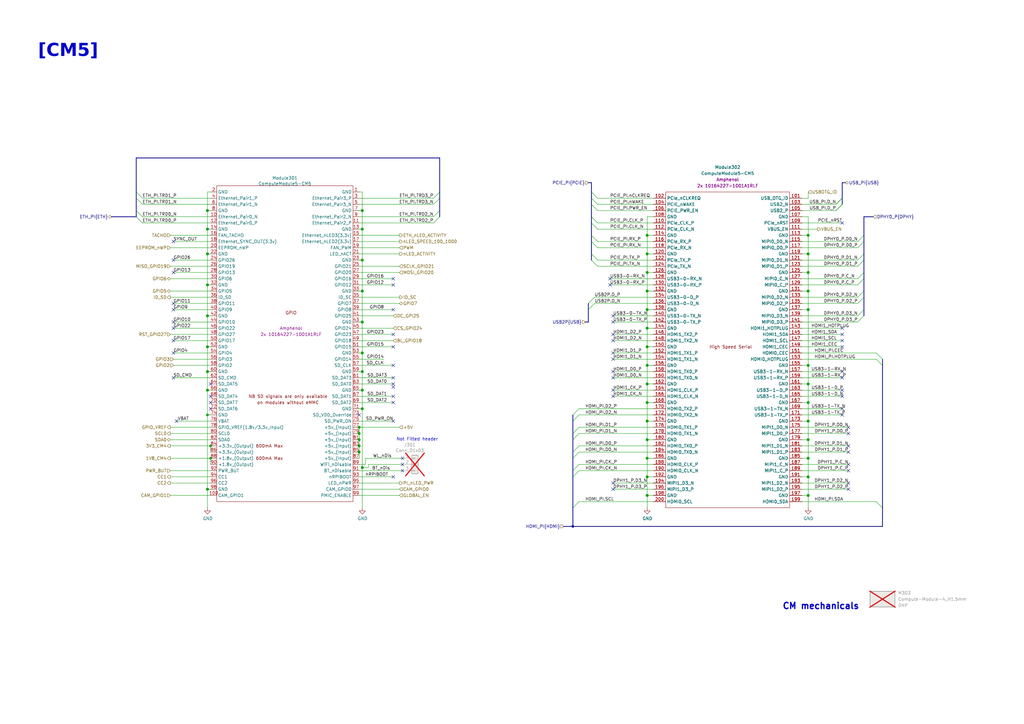
<source format=kicad_sch>
(kicad_sch (version 20231120) (generator "eeschema") (generator_version "8.0")
  (paper "A3")
  (title_block (title "CM5 MINIMA") (date "2024-12-17") (rev "1") (company "Pierluigi Colangeli"))
  (lib_symbols
    (symbol "Connector_Generic:Conn_01x03" (pin_names (offset 1.016) hide)
      (property "Reference" "J" (at 0 5.08 0))
      (property "Value" "Conn_01x03" (at 0 -5.08 0))
      (symbol "Conn_01x03_1_1"
        (rectangle (start -1.27 -2.413) (end 0 -2.667) (stroke (width 0.1524)))
        (rectangle (start -1.27 0.127) (end 0 -0.127) (stroke (width 0.1524)))
        (rectangle (start -1.27 2.667) (end 0 2.413) (stroke (width 0.1524)))
        (rectangle (start -1.27 3.81) (end 1.27 -3.81) (stroke (width 0.254)) (fill (type background)))
        (pin passive line (at -5.08 2.54 0) (length 3.81) (name "Pin_1") (number "1"))
        (pin passive line (at -5.08 0 0) (length 3.81) (name "Pin_2") (number "2"))
        (pin passive line (at -5.08 -2.54 0) (length 3.81) (name "Pin_3") (number "3"))
      )
    )
    (symbol "New_Library:ComputeModule5-CM5_GPIO"
      (property "Reference" "Module301" (at -2.54 61.595 0))
      (property "Value" "ComputeModule5-CM5_GPIO" (at -2.54 59.2836 0))
      (property "Field4" "Amphenol" (at 0 0 0))
      (property "Field5" "2x 10164227-1001A1RLF" (at 0 -2.54 0))
      (symbol "ComputeModule5-CM5_GPIO_1_0"
        (text "GPIO" (at 0 6.35 0) (effects (font (size 1.27 1.27))))
      )
      (symbol "ComputeModule5-CM5_GPIO_1_1"
        (rectangle (start -30.48 -71.12) (end 25.4 58.42))
        (text "600mA Max" (at -8.89 -53.34 0) (effects (font (size 1.27 1.27))))
        (text "600mA Max" (at -8.89 -48.26 0) (effects (font (size 1.27 1.27))))
        (text "NB SD signals are only available" (at -1.27 -27.94 0) (effects (font (size 1.27 1.27))))
        (text "on modules without eMMC" (at -1.27 -30.48 0) (effects (font (size 1.27 1.27))))
        (pin power_in line (at 27.94 55.88 180) (length 2.54) (name "GND") (number "1"))
        (pin passive line (at -33.02 45.72 0) (length 2.54) (name "Ethernet_Pair0_N") (number "10"))
        (pin passive line (at -33.02 -68.58 0) (length 2.54) (name "CAM_GPIO1") (number "100"))
        (pin passive line (at 27.94 43.18 180) (length 2.54) (name "Ethernet_Pair2_P") (number "11"))
        (pin passive line (at -33.02 43.18 0) (length 2.54) (name "Ethernet_Pair0_P") (number "12"))
        (pin power_in line (at 27.94 40.64 180) (length 2.54) (name "GND") (number "13"))
        (pin power_in line (at -33.02 40.64 0) (length 2.54) (name "GND") (number "14"))
        (pin output line (at 27.94 38.1 180) (length 2.54) (name "Ethernet_nLED3(3.3v)") (number "15"))
        (pin input line (at -33.02 38.1 0) (length 2.54) (name "FAN_TACHO") (number "16"))
        (pin output line (at 27.94 35.56 180) (length 2.54) (name "Ethernet_nLED2(3.3v)") (number "17"))
        (pin input line (at -33.02 35.56 0) (length 2.54) (name "Ethernet_SYNC_OUT(3.3v)") (number "18"))
        (pin output line (at 27.94 33.02 180) (length 2.54) (name "FAN_PWM") (number "19"))
        (pin power_in line (at -33.02 55.88 0) (length 2.54) (name "GND") (number "2"))
        (pin passive line (at -33.02 33.02 0) (length 2.54) (name "EEPROM_nWP") (number "20"))
        (pin open_collector line (at 27.94 30.48 180) (length 2.54) (name "LED_nACT") (number "21"))
        (pin power_in line (at -33.02 30.48 0) (length 2.54) (name "GND") (number "22"))
        (pin power_in line (at 27.94 27.94 180) (length 2.54) (name "GND") (number "23"))
        (pin passive line (at -33.02 27.94 0) (length 2.54) (name "GPIO26") (number "24"))
        (pin passive line (at 27.94 25.4 180) (length 2.54) (name "GPIO21") (number "25"))
        (pin passive line (at -33.02 25.4 0) (length 2.54) (name "GPIO19") (number "26"))
        (pin passive line (at 27.94 22.86 180) (length 2.54) (name "GPIO20") (number "27"))
        (pin passive line (at -33.02 22.86 0) (length 2.54) (name "GPIO13") (number "28"))
        (pin passive line (at 27.94 20.32 180) (length 2.54) (name "GPIO16") (number "29"))
        (pin passive line (at 27.94 53.34 180) (length 2.54) (name "Ethernet_Pair3_P") (number "3"))
        (pin passive line (at -33.02 20.32 0) (length 2.54) (name "GPIO6") (number "30"))
        (pin passive line (at 27.94 17.78 180) (length 2.54) (name "GPIO12") (number "31"))
        (pin power_in line (at -33.02 17.78 0) (length 2.54) (name "GND") (number "32"))
        (pin power_in line (at 27.94 15.24 180) (length 2.54) (name "GND") (number "33"))
        (pin passive line (at -33.02 15.24 0) (length 2.54) (name "GPIO5") (number "34"))
        (pin passive line (at 27.94 12.7 180) (length 2.54) (name "ID_SC") (number "35"))
        (pin passive line (at -33.02 12.7 0) (length 2.54) (name "ID_SD") (number "36"))
        (pin passive line (at 27.94 10.16 180) (length 2.54) (name "GPIO7") (number "37"))
        (pin passive line (at -33.02 10.16 0) (length 2.54) (name "GPIO11") (number "38"))
        (pin passive line (at 27.94 7.62 180) (length 2.54) (name "GPIO8") (number "39"))
        (pin passive line (at -33.02 53.34 0) (length 2.54) (name "Ethernet_Pair1_P") (number "4"))
        (pin passive line (at -33.02 7.62 0) (length 2.54) (name "GPIO9") (number "40"))
        (pin passive line (at 27.94 5.08 180) (length 2.54) (name "GPIO25") (number "41"))
        (pin power_in line (at -33.02 5.08 0) (length 2.54) (name "GND") (number "42"))
        (pin power_in line (at 27.94 2.54 180) (length 2.54) (name "GND") (number "43"))
        (pin passive line (at -33.02 2.54 0) (length 2.54) (name "GPIO10") (number "44"))
        (pin passive line (at 27.94 0 180) (length 2.54) (name "GPIO24") (number "45"))
        (pin passive line (at -33.02 0 0) (length 2.54) (name "GPIO22") (number "46"))
        (pin passive line (at 27.94 -2.54 180) (length 2.54) (name "GPIO23") (number "47"))
        (pin passive line (at -33.02 -2.54 0) (length 2.54) (name "GPIO27") (number "48"))
        (pin passive line (at 27.94 -5.08 180) (length 2.54) (name "GPIO18") (number "49"))
        (pin passive line (at 27.94 50.8 180) (length 2.54) (name "Ethernet_Pair3_N") (number "5"))
        (pin passive line (at -33.02 -5.08 0) (length 2.54) (name "GPIO17") (number "50"))
        (pin passive line (at 27.94 -7.62 180) (length 2.54) (name "GPIO15") (number "51"))
        (pin power_in line (at -33.02 -7.62 0) (length 2.54) (name "GND") (number "52"))
        (pin power_in line (at 27.94 -10.16 180) (length 2.54) (name "GND") (number "53"))
        (pin passive line (at -33.02 -10.16 0) (length 2.54) (name "GPIO4") (number "54"))
        (pin passive line (at 27.94 -12.7 180) (length 2.54) (name "GPIO14") (number "55"))
        (pin passive line (at -33.02 -12.7 0) (length 2.54) (name "GPIO3") (number "56"))
        (pin passive line (at 27.94 -15.24 180) (length 2.54) (name "SD_CLK") (number "57"))
        (pin passive line (at -33.02 -15.24 0) (length 2.54) (name "GPIO2") (number "58"))
        (pin power_in line (at 27.94 -17.78 180) (length 2.54) (name "GND") (number "59"))
        (pin passive line (at -33.02 50.8 0) (length 2.54) (name "Ethernet_Pair1_N") (number "6"))
        (pin power_in line (at -33.02 -17.78 0) (length 2.54) (name "GND") (number "60"))
        (pin passive line (at 27.94 -20.32 180) (length 2.54) (name "SD_DAT3") (number "61"))
        (pin passive line (at -33.02 -20.32 0) (length 2.54) (name "SD_CMD") (number "62"))
        (pin passive line (at 27.94 -22.86 180) (length 2.54) (name "SD_DAT0") (number "63"))
        (pin passive line (at -33.02 -22.86 0) (length 2.54) (name "SD_DAT5") (number "64"))
        (pin power_in line (at 27.94 -25.4 180) (length 2.54) (name "GND") (number "65"))
        (pin power_in line (at -33.02 -25.4 0) (length 2.54) (name "GND") (number "66"))
        (pin passive line (at 27.94 -27.94 180) (length 2.54) (name "SD_DAT1") (number "67"))
        (pin passive line (at -33.02 -27.94 0) (length 2.54) (name "SD_DAT4") (number "68"))
        (pin passive line (at 27.94 -30.48 180) (length 2.54) (name "SD_DAT2") (number "69"))
        (pin power_in line (at 27.94 48.26 180) (length 2.54) (name "GND") (number "7"))
        (pin passive line (at -33.02 -30.48 0) (length 2.54) (name "SD_DAT7") (number "70"))
        (pin power_in line (at 27.94 -33.02 180) (length 2.54) (name "GND") (number "71"))
        (pin passive line (at -33.02 -33.02 0) (length 2.54) (name "SD_DAT6") (number "72"))
        (pin input line (at 27.94 -35.56 180) (length 2.54) (name "SD_VDD_Override") (number "73"))
        (pin power_in line (at -33.02 -35.56 0) (length 2.54) (name "GND") (number "74"))
        (pin output line (at 27.94 -38.1 180) (length 2.54) (name "SD_PWR_ON") (number "75"))
        (pin passive line (at -33.02 -38.1 0) (length 2.54) (name "VBAT") (number "76"))
        (pin power_in line (at 27.94 -40.64 180) (length 2.54) (name "+5v_(Input)") (number "77"))
        (pin power_in line (at -33.02 -40.64 0) (length 2.54) (name "GPIO_VREF(1.8v/3.3v_Input)") (number "78"))
        (pin power_in line (at 27.94 -43.18 180) (length 2.54) (name "+5v_(Input)") (number "79"))
        (pin power_in line (at -33.02 48.26 0) (length 2.54) (name "GND") (number "8"))
        (pin passive line (at -33.02 -43.18 0) (length 2.54) (name "SCL0") (number "80"))
        (pin power_in line (at 27.94 -45.72 180) (length 2.54) (name "+5v_(Input)") (number "81"))
        (pin passive line (at -33.02 -45.72 0) (length 2.54) (name "SDA0") (number "82"))
        (pin power_in line (at 27.94 -48.26 180) (length 2.54) (name "+5v_(Input)") (number "83"))
        (pin power_out line (at -33.02 -48.26 0) (length 2.54) (name "+3.3v_(Output)") (number "84"))
        (pin power_in line (at 27.94 -50.8 180) (length 2.54) (name "+5v_(Input)") (number "85"))
        (pin passive line (at -33.02 -50.8 0) (length 2.54) (name "+3.3v_(Output)") (number "86"))
        (pin power_in line (at 27.94 -53.34 180) (length 2.54) (name "+5v_(Input)") (number "87"))
        (pin power_out line (at -33.02 -53.34 0) (length 2.54) (name "+1.8v_(Output)") (number "88"))
        (pin input line (at 27.94 -55.88 180) (length 2.54) (name "WiFi_nDisable") (number "89"))
        (pin passive line (at 27.94 45.72 180) (length 2.54) (name "Ethernet_Pair2_N") (number "9"))
        (pin passive line (at -33.02 -55.88 0) (length 2.54) (name "+1.8v_(Output)") (number "90"))
        (pin input line (at 27.94 -58.42 180) (length 2.54) (name "BT_nDisable") (number "91"))
        (pin passive line (at -33.02 -58.42 0) (length 2.54) (name "PWR_BUT") (number "92"))
        (pin input line (at 27.94 -60.96 180) (length 2.54) (name "nRPIBOOT") (number "93"))
        (pin passive line (at -33.02 -60.96 0) (length 2.54) (name "CC1") (number "94"))
        (pin output line (at 27.94 -63.5 180) (length 2.54) (name "LED_nPWR") (number "95"))
        (pin passive line (at -33.02 -63.5 0) (length 2.54) (name "CC2") (number "96"))
        (pin passive line (at 27.94 -66.04 180) (length 2.54) (name "CAM_GPIO0") (number "97"))
        (pin power_in line (at -33.02 -66.04 0) (length 2.54) (name "GND") (number "98"))
        (pin input line (at 27.94 -68.58 180) (length 2.54) (name "PMIC_ENABLE") (number "99"))
      )
    )
    (symbol "New_Library:ComputeModule5-CM5_HSS"
      (property "Reference" "Module301" (at -2.54 61.595 0))
      (property "Value" "ComputeModule5-CM5" (at -2.54 59.2836 0))
      (property "Field4" "Amphenol" (at 1.27 2.54 0))
      (property "Field5" "2x 10164227-1001A1RLF" (at 1.27 0 0))
      (symbol "ComputeModule5-CM5_HSS_1_1"
        (rectangle (start -25.4 -72.39) (end 25.4 57.15))
        (text "High Speed Serial" (at 1.27 -6.35 0) (effects (font (size 1.27 1.27))))
        (pin input line (at 30.48 54.61 180) (length 5.08) (name "USB_OTG_ID") (number "101"))
        (pin input line (at -30.48 54.61 0) (length 5.08) (name "PCIe_nCLKREQ") (number "102"))
        (pin passive line (at 30.48 52.07 180) (length 5.08) (name "USB2_N") (number "103"))
        (pin input line (at -30.48 52.07 0) (length 5.08) (name "PCIE_nWAKE") (number "104"))
        (pin passive line (at 30.48 49.53 180) (length 5.08) (name "USB2_P") (number "105"))
        (pin output line (at -30.48 49.53 0) (length 5.08) (name "PCIE_PWR_EN") (number "106"))
        (pin power_in line (at 30.48 46.99 180) (length 5.08) (name "GND") (number "107"))
        (pin power_in line (at -30.48 46.99 0) (length 5.08) (name "GND") (number "108"))
        (pin output line (at 30.48 44.45 180) (length 5.08) (name "PCIe_nRST") (number "109"))
        (pin output line (at -30.48 44.45 0) (length 5.08) (name "PCIe_CLK_P") (number "110"))
        (pin output line (at 30.48 41.91 180) (length 5.08) (name "VBUS_EN") (number "111"))
        (pin output line (at -30.48 41.91 0) (length 5.08) (name "PCIe_CLK_N") (number "112"))
        (pin power_in line (at 30.48 39.37 180) (length 5.08) (name "GND") (number "113"))
        (pin power_in line (at -30.48 39.37 0) (length 5.08) (name "GND") (number "114"))
        (pin input line (at 30.48 36.83 180) (length 5.08) (name "MIPI0_D0_N") (number "115"))
        (pin input line (at -30.48 36.83 0) (length 5.08) (name "PCIe_RX_P") (number "116"))
        (pin input line (at 30.48 34.29 180) (length 5.08) (name "MIPI0_D0_P") (number "117"))
        (pin input line (at -30.48 34.29 0) (length 5.08) (name "PCIe_RX_N") (number "118"))
        (pin power_in line (at 30.48 31.75 180) (length 5.08) (name "GND") (number "119"))
        (pin power_in line (at -30.48 31.75 0) (length 5.08) (name "GND") (number "120"))
        (pin input line (at 30.48 29.21 180) (length 5.08) (name "MIPI0_D1_N") (number "121"))
        (pin output line (at -30.48 29.21 0) (length 5.08) (name "PCIe_TX_P") (number "122"))
        (pin input line (at 30.48 26.67 180) (length 5.08) (name "MIPI0_D1_P") (number "123"))
        (pin output line (at -30.48 26.67 0) (length 5.08) (name "PCIe_TX_N") (number "124"))
        (pin power_in line (at 30.48 24.13 180) (length 5.08) (name "GND") (number "125"))
        (pin power_in line (at -30.48 24.13 0) (length 5.08) (name "GND") (number "126"))
        (pin input line (at 30.48 21.59 180) (length 5.08) (name "MIPI0_C_N") (number "127"))
        (pin input line (at -30.48 21.59 0) (length 5.08) (name "USB3-0-RX_N") (number "128"))
        (pin input line (at 30.48 19.05 180) (length 5.08) (name "MIPI0_C_P") (number "129"))
        (pin input line (at -30.48 19.05 0) (length 5.08) (name "USB3-0-RX_P") (number "130"))
        (pin power_in line (at 30.48 16.51 180) (length 5.08) (name "GND") (number "131"))
        (pin power_in line (at -30.48 16.51 0) (length 5.08) (name "GND") (number "132"))
        (pin input line (at 30.48 13.97 180) (length 5.08) (name "MIPI0_D2_N") (number "133"))
        (pin passive line (at -30.48 13.97 0) (length 5.08) (name "USB3-0-D_P") (number "134"))
        (pin input line (at 30.48 11.43 180) (length 5.08) (name "MIPI0_D2_P") (number "135"))
        (pin passive line (at -30.48 11.43 0) (length 5.08) (name "USB3-0-D_N") (number "136"))
        (pin power_in line (at 30.48 8.89 180) (length 5.08) (name "GND") (number "137"))
        (pin power_in line (at -30.48 8.89 0) (length 5.08) (name "GND") (number "138"))
        (pin input line (at 30.48 6.35 180) (length 5.08) (name "MIPI0_D3_N") (number "139"))
        (pin output line (at -30.48 6.35 0) (length 5.08) (name "USB3-0-TX_N") (number "140"))
        (pin input line (at 30.48 3.81 180) (length 5.08) (name "MIPI0_D3_P") (number "141"))
        (pin output line (at -30.48 3.81 0) (length 5.08) (name "USB3-0-TX_P") (number "142"))
        (pin input line (at 30.48 1.27 180) (length 5.08) (name "HDMI1_HOTPLUG") (number "143"))
        (pin power_in line (at -30.48 1.27 0) (length 5.08) (name "GND") (number "144"))
        (pin bidirectional line (at 30.48 -1.27 180) (length 5.08) (name "HDMI1_SDA") (number "145"))
        (pin output line (at -30.48 -1.27 0) (length 5.08) (name "HDMI1_TX2_P") (number "146"))
        (pin open_collector line (at 30.48 -3.81 180) (length 5.08) (name "HDMI1_SCL") (number "147"))
        (pin output line (at -30.48 -3.81 0) (length 5.08) (name "HDMI1_TX2_N") (number "148"))
        (pin open_collector line (at 30.48 -6.35 180) (length 5.08) (name "HDMI1_CEC") (number "149"))
        (pin power_in line (at -30.48 -6.35 0) (length 5.08) (name "GND") (number "150"))
        (pin open_collector line (at 30.48 -8.89 180) (length 5.08) (name "HDMI0_CEC") (number "151"))
        (pin output line (at -30.48 -8.89 0) (length 5.08) (name "HDMI1_TX1_P") (number "152"))
        (pin input line (at 30.48 -11.43 180) (length 5.08) (name "HDMI0_HOTPLUG") (number "153"))
        (pin output line (at -30.48 -11.43 0) (length 5.08) (name "HDMI1_TX1_N") (number "154"))
        (pin power_in line (at 30.48 -13.97 180) (length 5.08) (name "GND") (number "155"))
        (pin power_in line (at -30.48 -13.97 0) (length 5.08) (name "GND") (number "156"))
        (pin input line (at 30.48 -16.51 180) (length 5.08) (name "USB3-1-RX_N") (number "157"))
        (pin output line (at -30.48 -16.51 0) (length 5.08) (name "HDMI1_TX0_P") (number "158"))
        (pin input line (at 30.48 -19.05 180) (length 5.08) (name "USB3-1-RX_P") (number "159"))
        (pin output line (at -30.48 -19.05 0) (length 5.08) (name "HDMI1_TX0_N") (number "160"))
        (pin power_in line (at 30.48 -21.59 180) (length 5.08) (name "GND") (number "161"))
        (pin power_in line (at -30.48 -21.59 0) (length 5.08) (name "GND") (number "162"))
        (pin passive line (at 30.48 -24.13 180) (length 5.08) (name "USB3-1-D_P") (number "163"))
        (pin output line (at -30.48 -24.13 0) (length 5.08) (name "HDMI1_CLK_P") (number "164"))
        (pin passive line (at 30.48 -26.67 180) (length 5.08) (name "USB3-1-D_N") (number "165"))
        (pin output line (at -30.48 -26.67 0) (length 5.08) (name "HDMI1_CLK_N") (number "166"))
        (pin power_in line (at 30.48 -29.21 180) (length 5.08) (name "GND") (number "167"))
        (pin power_in line (at -30.48 -29.21 0) (length 5.08) (name "GND") (number "168"))
        (pin output line (at 30.48 -31.75 180) (length 5.08) (name "USB3-1-TX_N") (number "169"))
        (pin output line (at -30.48 -31.75 0) (length 5.08) (name "HDMI0_TX2_P") (number "170"))
        (pin output line (at 30.48 -34.29 180) (length 5.08) (name "USB3-1-TX_P") (number "171"))
        (pin output line (at -30.48 -34.29 0) (length 5.08) (name "HDMI0_TX2_N") (number "172"))
        (pin power_in line (at 30.48 -36.83 180) (length 5.08) (name "GND") (number "173"))
        (pin power_in line (at -30.48 -36.83 0) (length 5.08) (name "GND") (number "174"))
        (pin output line (at 30.48 -39.37 180) (length 5.08) (name "MIPI1_D0_N") (number "175"))
        (pin output line (at -30.48 -39.37 0) (length 5.08) (name "HDMI0_TX1_P") (number "176"))
        (pin output line (at 30.48 -41.91 180) (length 5.08) (name "MIPI1_D0_P") (number "177"))
        (pin output line (at -30.48 -41.91 0) (length 5.08) (name "HDMI0_TX1_N") (number "178"))
        (pin power_in line (at 30.48 -44.45 180) (length 5.08) (name "GND") (number "179"))
        (pin power_in line (at -30.48 -44.45 0) (length 5.08) (name "GND") (number "180"))
        (pin output line (at 30.48 -46.99 180) (length 5.08) (name "MIPI1_D1_N") (number "181"))
        (pin output line (at -30.48 -46.99 0) (length 5.08) (name "HDMI0_TX0_P") (number "182"))
        (pin output line (at 30.48 -49.53 180) (length 5.08) (name "MIPI1_D1_P") (number "183"))
        (pin output line (at -30.48 -49.53 0) (length 5.08) (name "HDMI0_TX0_N") (number "184"))
        (pin power_in line (at 30.48 -52.07 180) (length 5.08) (name "GND") (number "185"))
        (pin power_in line (at -30.48 -52.07 0) (length 5.08) (name "GND") (number "186"))
        (pin output line (at 30.48 -54.61 180) (length 5.08) (name "MIPI1_C_N") (number "187"))
        (pin output line (at -30.48 -54.61 0) (length 5.08) (name "HDMI0_CLK_P") (number "188"))
        (pin output line (at 30.48 -57.15 180) (length 5.08) (name "MIPI1_C_P") (number "189"))
        (pin output line (at -30.48 -57.15 0) (length 5.08) (name "HDMI0_CLK_N") (number "190"))
        (pin power_in line (at 30.48 -59.69 180) (length 5.08) (name "GND") (number "191"))
        (pin power_in line (at -30.48 -59.69 0) (length 5.08) (name "GND") (number "192"))
        (pin output line (at 30.48 -62.23 180) (length 5.08) (name "MIPI1_D2_N") (number "193"))
        (pin output line (at -30.48 -62.23 0) (length 5.08) (name "MIPI1_D3_N") (number "194"))
        (pin output line (at 30.48 -64.77 180) (length 5.08) (name "MIPI1_D2_P") (number "195"))
        (pin output line (at -30.48 -64.77 0) (length 5.08) (name "MIPI1_D3_P") (number "196"))
        (pin power_in line (at 30.48 -67.31 180) (length 5.08) (name "GND") (number "197"))
        (pin power_in line (at -30.48 -67.31 0) (length 5.08) (name "GND") (number "198"))
        (pin bidirectional line (at 30.48 -69.85 180) (length 5.08) (name "HDMI0_SDA") (number "199"))
        (pin open_collector line (at -30.48 -69.85 0) (length 5.08) (name "HDMI0_SCL") (number "200"))
      )
    )
    (symbol "antmicroModules:Compute-Module-4_H1.5mm" (in_bom no)
      (property "Reference" "A" (at 17.78 -2.54 0))
      (property "MPN" "SC0294" (at 21.59 -20.32 0))
      (symbol "Compute-Module-4_H1.5mm_1_1"
        (rectangle (start 10.16 -6.35) (end 0 0) (stroke (width 0.254)) (fill (type background)))
      )
    )
    (symbol "power:GND" (power) (pin_numbers hide) (pin_names (offset 0) hide)
      (property "Value" "GND" (at 0 -3.81 0))
      (symbol "GND_0_1"
        (polyline (pts (xy 0 0) (xy 0 -1.27) (xy 1.27 -1.27) (xy 0 -2.54) (xy -1.27 -1.27) (xy 0 -1.27)))
      )
      (symbol "GND_1_1"
        (pin power_in line (at 0 0 270) (length 0) (name "~") (number "1"))
      )
    )
  )
  (bus_alias "DPHY" (members "D0_N" "D0_P" "D1_N" "D1_P" "D2_N" "D2_P" "D3_N" "D3_P" "C_N" "C_P"))
  (junction (at 331.47 119.38) (diameter 1.016))
  (junction (at 331.47 172.72) (diameter 1.016))
  (junction (at 331.47 195.58) (diameter 1.016))
  (junction (at 148.59 167.64) (diameter 1.016))
  (junction (at 85.09 93.98) (diameter 1.016))
  (junction (at 265.43 172.72) (diameter 1.016))
  (junction (at 147.32 185.42) (diameter 1.016))
  (junction (at 147.32 177.8) (diameter 1.016))
  (junction (at 265.43 119.38) (diameter 1.016))
  (junction (at 85.09 104.14) (diameter 1.016))
  (junction (at 148.59 191.77) (diameter 1.016))
  (junction (at 148.59 144.78) (diameter 1.016))
  (junction (at 148.59 86.36) (diameter 1.016))
  (junction (at 147.32 182.88) (diameter 1.016))
  (junction (at 265.43 134.62) (diameter 1.016))
  (junction (at 265.43 187.96) (diameter 1.016))
  (junction (at 265.43 157.48) (diameter 1.016))
  (junction (at 265.43 165.1) (diameter 1.016))
  (junction (at 85.09 129.54) (diameter 1.016))
  (junction (at 86.36 187.96))
  (junction (at 265.43 203.2) (diameter 1.016))
  (junction (at 148.59 119.38) (diameter 1.016))
  (junction (at 148.59 93.98) (diameter 1.016))
  (junction (at 331.47 104.14) (diameter 1.016))
  (junction (at 265.43 149.86) (diameter 1.016))
  (junction (at 331.47 165.1) (diameter 1.016))
  (junction (at 85.09 142.24) (diameter 1.016))
  (junction (at 147.32 180.34) (diameter 1.016))
  (junction (at 234.95 215.9))
  (junction (at 265.43 142.24) (diameter 1.016))
  (junction (at 331.47 127) (diameter 1.016))
  (junction (at 331.47 180.34) (diameter 1.016))
  (junction (at 86.36 182.88))
  (junction (at 265.43 96.52) (diameter 1.016))
  (junction (at 148.59 152.4) (diameter 1.016))
  (junction (at 85.09 200.66) (diameter 1.016))
  (junction (at 265.43 127) (diameter 1.016))
  (junction (at 148.59 106.68) (diameter 1.016))
  (junction (at 265.43 180.34) (diameter 1.016))
  (junction (at 147.32 175.26) (diameter 1.016))
  (junction (at 85.09 170.18))
  (junction (at 148.59 132.08) (diameter 1.016))
  (junction (at 265.43 195.58) (diameter 1.016))
  (junction (at 85.09 116.84) (diameter 1.016))
  (junction (at 265.43 111.76) (diameter 1.016))
  (junction (at 148.59 160.02) (diameter 1.016))
  (junction (at 85.09 152.4) (diameter 1.016))
  (junction (at 331.47 111.76) (diameter 1.016))
  (junction (at 331.47 149.86) (diameter 1.016))
  (junction (at 331.47 187.96) (diameter 1.016))
  (junction (at 85.09 160.02) (diameter 1.016))
  (junction (at 85.09 86.36) (diameter 1.016))
  (junction (at 331.47 157.48) (diameter 1.016))
  (junction (at 331.47 203.2) (diameter 1.016))
  (junction (at 265.43 104.14) (diameter 1.016))
  (junction (at 331.47 96.52) (diameter 1.016))
  (no_connect (at 161.29 162.56))
  (no_connect (at 71.12 154.94))
  (no_connect (at 347.98 185.42))
  (no_connect (at 345.44 154.94))
  (no_connect (at 251.46 160.02))
  (no_connect (at 251.46 137.16))
  (no_connect (at 161.29 127))
  (no_connect (at 345.44 170.18))
  (no_connect (at 147.32 170.18))
  (no_connect (at 347.98 177.8))
  (no_connect (at 71.12 134.62))
  (no_connect (at 86.36 157.48))
  (no_connect (at 161.29 149.86))
  (no_connect (at 86.36 167.64))
  (no_connect (at 347.98 175.26))
  (no_connect (at 71.12 111.76))
  (no_connect (at 345.44 139.7))
  (no_connect (at 345.44 162.56))
  (no_connect (at 347.98 200.66))
  (no_connect (at 161.29 195.58))
  (no_connect (at 347.98 182.88))
  (no_connect (at 161.29 154.94))
  (no_connect (at 71.12 127))
  (no_connect (at 251.46 132.08))
  (no_connect (at 345.44 160.02))
  (no_connect (at 251.46 154.94))
  (no_connect (at 251.46 198.12))
  (no_connect (at 345.44 152.4))
  (no_connect (at 345.44 137.16))
  (no_connect (at 165.1 187.96))
  (no_connect (at 347.98 193.04))
  (no_connect (at 250.19 114.3))
  (no_connect (at 86.36 165.1))
  (no_connect (at 161.29 158.75))
  (no_connect (at 71.12 124.46))
  (no_connect (at 71.12 132.08))
  (no_connect (at 165.1 190.5))
  (no_connect (at 72.39 172.72))
  (no_connect (at 161.29 142.24))
  (no_connect (at 251.46 129.54))
  (no_connect (at 251.46 200.66))
  (no_connect (at 345.44 167.64))
  (no_connect (at 161.29 157.48))
  (no_connect (at 251.46 152.4))
  (no_connect (at 71.12 106.68))
  (no_connect (at 251.46 144.78))
  (no_connect (at 165.1 193.04))
  (no_connect (at 161.29 114.3))
  (no_connect (at 71.12 99.06))
  (no_connect (at 347.98 190.5))
  (no_connect (at 161.29 137.16))
  (no_connect (at 161.29 116.84))
  (no_connect (at 251.46 162.56))
  (no_connect (at 251.46 147.32))
  (no_connect (at 71.12 139.7))
  (no_connect (at 250.19 116.84))
  (no_connect (at 347.98 198.12))
  (no_connect (at 251.46 139.7))
  (no_connect (at 161.29 165.1))
  (no_connect (at 161.29 172.72))
  (no_connect (at 71.12 144.78))
  (no_connect (at 345.44 91.44))
  (no_connect (at 86.36 162.56))
  (no_connect (at 345.44 142.24))
  (no_connect (at 345.44 134.62))
  (bus_entry (at 55.88 86.36) (size 2.54 2.54))
  (bus_entry (at 345.44 83.82) (size -2.54 2.54))
  (bus_entry (at 177.8 91.44) (size 2.54 -2.54))
  (bus_entry (at 342.9 83.82) (size 2.54 -2.54))
  (bus_entry (at 242.57 83.82) (size 2.54 2.54))
  (bus_entry (at 55.88 88.9) (size 2.54 2.54))
  (bus_entry (at 342.9 86.36) (size 2.54 -2.54))
  (bus_entry (at 351.79 106.68) (size 2.54 -2.54))
  (bus_entry (at 242.57 78.74) (size 2.54 2.54))
  (bus_entry (at 359.41 144.78) (size 2.54 2.54))
  (bus_entry (at 351.79 101.6) (size 2.54 -2.54))
  (bus_entry (at 242.57 99.06) (size 2.54 2.54))
  (bus_entry (at 55.88 81.28) (size 2.54 2.54))
  (bus_entry (at 177.8 81.28) (size 2.54 -2.54))
  (bus_entry (at 237.49 205.74) (size -2.54 2.54))
  (bus_entry (at 237.49 182.88) (size -2.54 2.54))
  (bus_entry (at 351.79 99.06) (size 2.54 -2.54))
  (bus_entry (at 242.57 104.14) (size 2.54 2.54))
  (bus_entry (at 351.79 116.84) (size 2.54 -2.54))
  (bus_entry (at 242.57 81.28) (size 2.54 2.54))
  (bus_entry (at 241.3 124.46) (size 2.54 -2.54))
  (bus_entry (at 242.57 106.68) (size 2.54 2.54))
  (bus_entry (at 237.49 170.18) (size -2.54 2.54))
  (bus_entry (at 241.3 127) (size 2.54 -2.54))
  (bus_entry (at 242.57 88.9) (size 2.54 2.54))
  (bus_entry (at 351.79 109.22) (size 2.54 -2.54))
  (bus_entry (at 345.44 81.28) (size -2.54 2.54))
  (bus_entry (at 55.88 78.74) (size 2.54 2.54))
  (bus_entry (at 237.49 175.26) (size -2.54 2.54))
  (bus_entry (at 177.8 88.9) (size 2.54 -2.54))
  (bus_entry (at 351.79 121.92) (size 2.54 -2.54))
  (bus_entry (at 237.49 193.04) (size -2.54 2.54))
  (bus_entry (at 242.57 96.52) (size 2.54 2.54))
  (bus_entry (at 237.49 185.42) (size -2.54 2.54))
  (bus_entry (at 351.79 114.3) (size 2.54 -2.54))
  (bus_entry (at 351.79 132.08) (size 2.54 -2.54))
  (bus_entry (at 351.79 124.46) (size 2.54 -2.54))
  (bus_entry (at 359.41 205.74) (size 2.54 2.54))
  (bus_entry (at 242.57 91.44) (size 2.54 2.54))
  (bus_entry (at 237.49 177.8) (size -2.54 2.54))
  (bus_entry (at 359.41 147.32) (size 2.54 2.54))
  (bus_entry (at 351.79 129.54) (size 2.54 -2.54))
  (bus_entry (at 237.49 190.5) (size -2.54 2.54))
  (bus_entry (at 177.8 83.82) (size 2.54 -2.54))
  (bus_entry (at 237.49 167.64) (size -2.54 2.54))
  (wire (pts (xy 251.46 139.7) (xy 267.97 139.7)))
  (wire (pts (xy 85.09 93.98) (xy 85.09 86.36)))
  (wire (pts (xy 245.11 106.68) (xy 267.97 106.68)))
  (wire (pts (xy 147.32 203.2) (xy 163.83 203.2)))
  (wire (pts (xy 149.86 187.96) (xy 165.1 187.96)))
  (wire (pts (xy 148.59 78.74) (xy 148.59 86.36)))
  (wire (pts (xy 69.85 96.52) (xy 86.36 96.52)))
  (wire (pts (xy 237.49 182.88) (xy 267.97 182.88)))
  (wire (pts (xy 69.85 177.8) (xy 86.36 177.8)))
  (wire (pts (xy 85.09 152.4) (xy 85.09 160.02)))
  (wire (pts (xy 85.09 116.84) (xy 86.36 116.84)))
  (wire (pts (xy 331.47 172.72) (xy 331.47 180.34)))
  (bus (pts (xy 55.88 81.28) (xy 55.88 86.36)))
  (bus (pts (xy 358.14 88.9) (xy 354.33 88.9)))
  (wire (pts (xy 331.47 187.96) (xy 331.47 195.58)))
  (wire (pts (xy 251.46 129.54) (xy 267.97 129.54)))
  (bus (pts (xy 231.14 215.9) (xy 234.95 215.9)))
  (wire (pts (xy 251.46 200.66) (xy 267.97 200.66)))
  (wire (pts (xy 267.97 162.56) (xy 251.46 162.56)))
  (wire (pts (xy 328.93 152.4) (xy 345.44 152.4)))
  (wire (pts (xy 71.12 127) (xy 86.36 127)))
  (bus (pts (xy 354.33 104.14) (xy 354.33 106.68)))
  (wire (pts (xy 328.93 86.36) (xy 342.9 86.36)))
  (wire (pts (xy 331.47 127) (xy 331.47 119.38)))
  (wire (pts (xy 265.43 195.58) (xy 265.43 203.2)))
  (bus (pts (xy 242.57 81.28) (xy 242.57 78.74)))
  (wire (pts (xy 85.09 116.84) (xy 85.09 129.54)))
  (bus (pts (xy 180.34 81.28) (xy 180.34 86.36)))
  (wire (pts (xy 147.32 96.52) (xy 163.83 96.52)))
  (wire (pts (xy 58.42 88.9) (xy 86.36 88.9)))
  (wire (pts (xy 69.85 187.96) (xy 86.36 187.96)))
  (wire (pts (xy 147.32 114.3) (xy 161.29 114.3)))
  (wire (pts (xy 161.29 149.86) (xy 147.32 149.86)))
  (wire (pts (xy 265.43 96.52) (xy 265.43 104.14)))
  (wire (pts (xy 328.93 165.1) (xy 331.47 165.1)))
  (wire (pts (xy 69.85 193.04) (xy 86.36 193.04)))
  (wire (pts (xy 85.09 160.02) (xy 85.09 170.18)))
  (wire (pts (xy 328.93 149.86) (xy 331.47 149.86)))
  (wire (pts (xy 331.47 203.2) (xy 331.47 208.28)))
  (wire (pts (xy 58.42 83.82) (xy 86.36 83.82)))
  (wire (pts (xy 147.32 198.12) (xy 163.83 198.12)))
  (wire (pts (xy 251.46 154.94) (xy 267.97 154.94)))
  (wire (pts (xy 267.97 203.2) (xy 265.43 203.2)))
  (bus (pts (xy 354.33 111.76) (xy 354.33 114.3)))
  (wire (pts (xy 245.11 93.98) (xy 267.97 93.98)))
  (wire (pts (xy 328.93 139.7) (xy 345.44 139.7)))
  (wire (pts (xy 328.93 109.22) (xy 351.79 109.22)))
  (bus (pts (xy 242.57 99.06) (xy 242.57 96.52)))
  (bus (pts (xy 241.3 124.46) (xy 241.3 127)))
  (wire (pts (xy 147.32 175.26) (xy 163.83 175.26)))
  (wire (pts (xy 331.47 195.58) (xy 331.47 203.2)))
  (wire (pts (xy 85.09 142.24) (xy 85.09 152.4)))
  (wire (pts (xy 331.47 78.74) (xy 331.47 81.28)))
  (wire (pts (xy 147.32 86.36) (xy 148.59 86.36)))
  (wire (pts (xy 331.47 180.34) (xy 331.47 187.96)))
  (bus (pts (xy 345.44 81.28) (xy 345.44 83.82)))
  (wire (pts (xy 148.59 78.74) (xy 147.32 78.74)))
  (bus (pts (xy 234.95 180.34) (xy 234.95 185.42)))
  (wire (pts (xy 328.93 185.42) (xy 347.98 185.42)))
  (wire (pts (xy 328.93 96.52) (xy 331.47 96.52)))
  (wire (pts (xy 147.32 152.4) (xy 148.59 152.4)))
  (wire (pts (xy 147.32 116.84) (xy 161.29 116.84)))
  (bus (pts (xy 234.95 172.72) (xy 234.95 177.8)))
  (wire (pts (xy 147.32 157.48) (xy 161.29 157.48)))
  (wire (pts (xy 328.93 142.24) (xy 345.44 142.24)))
  (wire (pts (xy 328.93 157.48) (xy 331.47 157.48)))
  (wire (pts (xy 69.85 114.3) (xy 86.36 114.3)))
  (wire (pts (xy 265.43 119.38) (xy 267.97 119.38)))
  (bus (pts (xy 55.88 86.36) (xy 55.88 88.9)))
  (wire (pts (xy 328.93 127) (xy 331.47 127)))
  (wire (pts (xy 147.32 139.7) (xy 161.29 139.7)))
  (wire (pts (xy 148.59 93.98) (xy 148.59 106.68)))
  (wire (pts (xy 250.19 114.3) (xy 267.97 114.3)))
  (wire (pts (xy 147.32 134.62) (xy 161.29 134.62)))
  (wire (pts (xy 147.32 182.88) (xy 147.32 185.42)))
  (wire (pts (xy 331.47 104.14) (xy 331.47 96.52)))
  (wire (pts (xy 85.09 200.66) (xy 85.09 208.28)))
  (wire (pts (xy 331.47 127) (xy 331.47 149.86)))
  (bus (pts (xy 180.34 64.77) (xy 180.34 78.74)))
  (wire (pts (xy 69.85 101.6) (xy 86.36 101.6)))
  (wire (pts (xy 147.32 175.26) (xy 147.32 177.8)))
  (bus (pts (xy 354.33 114.3) (xy 354.33 119.38)))
  (wire (pts (xy 328.93 147.32) (xy 359.41 147.32)))
  (wire (pts (xy 331.47 157.48) (xy 331.47 165.1)))
  (wire (pts (xy 251.46 198.12) (xy 267.97 198.12)))
  (bus (pts (xy 354.33 121.92) (xy 354.33 127)))
  (wire (pts (xy 265.43 88.9) (xy 265.43 96.52)))
  (wire (pts (xy 265.43 149.86) (xy 267.97 149.86)))
  (wire (pts (xy 151.13 190.5) (xy 165.1 190.5)))
  (wire (pts (xy 237.49 167.64) (xy 267.97 167.64)))
  (wire (pts (xy 267.97 101.6) (xy 245.11 101.6)))
  (wire (pts (xy 71.12 144.78) (xy 86.36 144.78)))
  (wire (pts (xy 328.93 190.5) (xy 347.98 190.5)))
  (wire (pts (xy 250.19 116.84) (xy 267.97 116.84)))
  (wire (pts (xy 161.29 154.94) (xy 147.32 154.94)))
  (wire (pts (xy 148.59 106.68) (xy 148.59 119.38)))
  (wire (pts (xy 251.46 147.32) (xy 267.97 147.32)))
  (wire (pts (xy 328.93 93.98) (xy 335.28 93.98)))
  (bus (pts (xy 55.88 64.77) (xy 55.88 78.74)))
  (bus (pts (xy 361.95 149.86) (xy 361.95 208.28)))
  (wire (pts (xy 147.32 167.64) (xy 148.59 167.64)))
  (wire (pts (xy 251.46 137.16) (xy 267.97 137.16)))
  (wire (pts (xy 245.11 91.44) (xy 267.97 91.44)))
  (wire (pts (xy 265.43 104.14) (xy 265.43 111.76)))
  (wire (pts (xy 86.36 190.5) (xy 86.36 187.96)))
  (wire (pts (xy 147.32 195.58) (xy 161.29 195.58)))
  (wire (pts (xy 71.12 147.32) (xy 86.36 147.32)))
  (wire (pts (xy 328.93 198.12) (xy 347.98 198.12)))
  (wire (pts (xy 69.85 121.92) (xy 86.36 121.92)))
  (wire (pts (xy 243.84 121.92) (xy 267.97 121.92)))
  (wire (pts (xy 237.49 190.5) (xy 267.97 190.5)))
  (wire (pts (xy 147.32 93.98) (xy 148.59 93.98)))
  (bus (pts (xy 55.88 78.74) (xy 55.88 81.28)))
  (wire (pts (xy 71.12 111.76) (xy 86.36 111.76)))
  (wire (pts (xy 147.32 104.14) (xy 163.83 104.14)))
  (wire (pts (xy 85.09 170.18) (xy 85.09 200.66)))
  (wire (pts (xy 69.85 198.12) (xy 86.36 198.12)))
  (bus (pts (xy 354.33 106.68) (xy 354.33 111.76)))
  (wire (pts (xy 149.86 190.5) (xy 149.86 187.96)))
  (wire (pts (xy 251.46 160.02) (xy 267.97 160.02)))
  (wire (pts (xy 148.59 191.77) (xy 151.13 191.77)))
  (bus (pts (xy 241.3 127) (xy 241.3 132.08)))
  (wire (pts (xy 148.59 167.64) (xy 148.59 191.77)))
  (wire (pts (xy 147.32 190.5) (xy 149.86 190.5)))
  (bus (pts (xy 234.95 185.42) (xy 234.95 187.96)))
  (wire (pts (xy 147.32 99.06) (xy 163.83 99.06)))
  (wire (pts (xy 328.93 106.68) (xy 351.79 106.68)))
  (wire (pts (xy 328.93 200.66) (xy 347.98 200.66)))
  (wire (pts (xy 331.47 165.1) (xy 331.47 172.72)))
  (wire (pts (xy 147.32 111.76) (xy 163.83 111.76)))
  (wire (pts (xy 328.93 119.38) (xy 331.47 119.38)))
  (wire (pts (xy 331.47 81.28) (xy 328.93 81.28)))
  (wire (pts (xy 331.47 96.52) (xy 331.47 88.9)))
  (bus (pts (xy 354.33 99.06) (xy 354.33 104.14)))
  (wire (pts (xy 328.93 137.16) (xy 345.44 137.16)))
  (wire (pts (xy 69.85 180.34) (xy 86.36 180.34)))
  (wire (pts (xy 331.47 149.86) (xy 331.47 157.48)))
  (wire (pts (xy 147.32 132.08) (xy 148.59 132.08)))
  (wire (pts (xy 71.12 99.06) (xy 86.36 99.06)))
  (wire (pts (xy 265.43 172.72) (xy 265.43 180.34)))
  (wire (pts (xy 328.93 172.72) (xy 331.47 172.72)))
  (wire (pts (xy 151.13 191.77) (xy 151.13 190.5)))
  (wire (pts (xy 328.93 99.06) (xy 351.79 99.06)))
  (wire (pts (xy 328.93 175.26) (xy 347.98 175.26)))
  (bus (pts (xy 354.33 127) (xy 354.33 129.54)))
  (wire (pts (xy 147.32 160.02) (xy 148.59 160.02)))
  (wire (pts (xy 147.32 124.46) (xy 163.83 124.46)))
  (wire (pts (xy 85.09 129.54) (xy 86.36 129.54)))
  (bus (pts (xy 241.3 74.93) (xy 242.57 74.93)))
  (wire (pts (xy 265.43 149.86) (xy 265.43 157.48)))
  (wire (pts (xy 148.59 144.78) (xy 148.59 152.4)))
  (wire (pts (xy 328.93 101.6) (xy 351.79 101.6)))
  (wire (pts (xy 147.32 177.8) (xy 147.32 180.34)))
  (bus (pts (xy 361.95 147.32) (xy 361.95 149.86)))
  (wire (pts (xy 237.49 170.18) (xy 267.97 170.18)))
  (wire (pts (xy 161.29 172.72) (xy 147.32 172.72)))
  (wire (pts (xy 265.43 165.1) (xy 267.97 165.1)))
  (wire (pts (xy 245.11 109.22) (xy 267.97 109.22)))
  (wire (pts (xy 85.09 86.36) (xy 85.09 78.74)))
  (wire (pts (xy 245.11 81.28) (xy 267.97 81.28)))
  (wire (pts (xy 85.09 86.36) (xy 86.36 86.36)))
  (wire (pts (xy 265.43 134.62) (xy 267.97 134.62)))
  (wire (pts (xy 237.49 177.8) (xy 267.97 177.8)))
  (wire (pts (xy 85.09 170.18) (xy 86.36 170.18)))
  (wire (pts (xy 328.93 129.54) (xy 351.79 129.54)))
  (wire (pts (xy 265.43 142.24) (xy 267.97 142.24)))
  (wire (pts (xy 86.36 182.88) (xy 86.36 185.42)))
  (wire (pts (xy 328.93 162.56) (xy 345.44 162.56)))
  (bus (pts (xy 345.44 74.93) (xy 345.44 81.28)))
  (bus (pts (xy 234.95 177.8) (xy 234.95 180.34)))
  (bus (pts (xy 234.95 195.58) (xy 234.95 208.28)))
  (bus (pts (xy 354.33 119.38) (xy 354.33 121.92)))
  (wire (pts (xy 237.49 193.04) (xy 267.97 193.04)))
  (wire (pts (xy 237.49 205.74) (xy 267.97 205.74)))
  (wire (pts (xy 147.32 106.68) (xy 148.59 106.68)))
  (wire (pts (xy 328.93 121.92) (xy 351.79 121.92)))
  (wire (pts (xy 328.93 132.08) (xy 351.79 132.08)))
  (wire (pts (xy 331.47 119.38) (xy 331.47 111.76)))
  (wire (pts (xy 328.93 182.88) (xy 347.98 182.88)))
  (wire (pts (xy 71.12 106.68) (xy 86.36 106.68)))
  (wire (pts (xy 85.09 152.4) (xy 86.36 152.4)))
  (bus (pts (xy 180.34 78.74) (xy 180.34 81.28)))
  (wire (pts (xy 331.47 88.9) (xy 328.93 88.9)))
  (wire (pts (xy 85.09 93.98) (xy 85.09 104.14)))
  (wire (pts (xy 69.85 109.22) (xy 86.36 109.22)))
  (bus (pts (xy 242.57 88.9) (xy 242.57 83.82)))
  (wire (pts (xy 328.93 205.74) (xy 359.41 205.74)))
  (wire (pts (xy 265.43 180.34) (xy 265.43 187.96)))
  (bus (pts (xy 180.34 86.36) (xy 180.34 88.9)))
  (wire (pts (xy 345.44 154.94) (xy 328.93 154.94)))
  (wire (pts (xy 328.93 193.04) (xy 347.98 193.04)))
  (wire (pts (xy 85.09 104.14) (xy 85.09 116.84)))
  (wire (pts (xy 85.09 160.02) (xy 86.36 160.02)))
  (wire (pts (xy 85.09 104.14) (xy 86.36 104.14)))
  (bus (pts (xy 240.03 132.08) (xy 241.3 132.08)))
  (wire (pts (xy 177.8 81.28) (xy 147.32 81.28)))
  (wire (pts (xy 265.43 127) (xy 265.43 134.62)))
  (wire (pts (xy 265.43 187.96) (xy 267.97 187.96)))
  (bus (pts (xy 234.95 193.04) (xy 234.95 195.58)))
  (wire (pts (xy 237.49 185.42) (xy 267.97 185.42)))
  (wire (pts (xy 85.09 78.74) (xy 86.36 78.74)))
  (wire (pts (xy 69.85 175.26) (xy 86.36 175.26)))
  (wire (pts (xy 147.32 119.38) (xy 148.59 119.38)))
  (wire (pts (xy 245.11 83.82) (xy 267.97 83.82)))
  (wire (pts (xy 148.59 86.36) (xy 148.59 93.98)))
  (wire (pts (xy 86.36 200.66) (xy 85.09 200.66)))
  (wire (pts (xy 71.12 124.46) (xy 86.36 124.46)))
  (wire (pts (xy 328.93 144.78) (xy 359.41 144.78)))
  (wire (pts (xy 328.93 203.2) (xy 331.47 203.2)))
  (wire (pts (xy 328.93 104.14) (xy 331.47 104.14)))
  (wire (pts (xy 72.39 172.72) (xy 86.36 172.72)))
  (wire (pts (xy 328.93 167.64) (xy 345.44 167.64)))
  (wire (pts (xy 148.59 132.08) (xy 148.59 144.78)))
  (wire (pts (xy 265.43 172.72) (xy 267.97 172.72)))
  (wire (pts (xy 245.11 86.36) (xy 267.97 86.36)))
  (wire (pts (xy 71.12 149.86) (xy 86.36 149.86)))
  (wire (pts (xy 148.59 160.02) (xy 148.59 167.64)))
  (bus (pts (xy 354.33 88.9) (xy 354.33 96.52)))
  (wire (pts (xy 85.09 129.54) (xy 85.09 142.24)))
  (wire (pts (xy 265.43 104.14) (xy 267.97 104.14)))
  (wire (pts (xy 251.46 144.78) (xy 267.97 144.78)))
  (wire (pts (xy 265.43 180.34) (xy 267.97 180.34)))
  (wire (pts (xy 243.84 124.46) (xy 267.97 124.46)))
  (wire (pts (xy 147.32 121.92) (xy 163.83 121.92)))
  (wire (pts (xy 147.32 147.32) (xy 157.48 147.32)))
  (wire (pts (xy 147.32 109.22) (xy 163.83 109.22)))
  (wire (pts (xy 177.8 91.44) (xy 147.32 91.44)))
  (wire (pts (xy 69.85 137.16) (xy 86.36 137.16)))
  (bus (pts (xy 242.57 91.44) (xy 242.57 88.9)))
  (wire (pts (xy 328.93 124.46) (xy 351.79 124.46)))
  (bus (pts (xy 354.33 96.52) (xy 354.33 99.06)))
  (bus (pts (xy 242.57 78.74) (xy 242.57 74.93)))
  (wire (pts (xy 265.43 119.38) (xy 265.43 127)))
  (wire (pts (xy 251.46 132.08) (xy 267.97 132.08)))
  (wire (pts (xy 147.32 137.16) (xy 161.29 137.16)))
  (wire (pts (xy 58.42 81.28) (xy 86.36 81.28)))
  (wire (pts (xy 237.49 175.26) (xy 267.97 175.26)))
  (wire (pts (xy 148.59 191.77) (xy 148.59 208.28)))
  (wire (pts (xy 265.43 157.48) (xy 267.97 157.48)))
  (bus (pts (xy 242.57 83.82) (xy 242.57 81.28)))
  (wire (pts (xy 85.09 93.98) (xy 86.36 93.98)))
  (wire (pts (xy 147.32 185.42) (xy 147.32 187.96)))
  (wire (pts (xy 161.29 162.56) (xy 147.32 162.56)))
  (bus (pts (xy 234.95 208.28) (xy 234.95 215.9)))
  (wire (pts (xy 328.93 116.84) (xy 351.79 116.84)))
  (wire (pts (xy 251.46 152.4) (xy 267.97 152.4)))
  (wire (pts (xy 328.93 170.18) (xy 345.44 170.18)))
  (wire (pts (xy 328.93 83.82) (xy 342.9 83.82)))
  (wire (pts (xy 69.85 119.38) (xy 86.36 119.38)))
  (wire (pts (xy 267.97 88.9) (xy 265.43 88.9)))
  (bus (pts (xy 345.44 74.93) (xy 346.71 74.93)))
  (wire (pts (xy 265.43 111.76) (xy 267.97 111.76)))
  (wire (pts (xy 71.12 139.7) (xy 86.36 139.7)))
  (wire (pts (xy 328.93 180.34) (xy 331.47 180.34)))
  (wire (pts (xy 69.85 203.2) (xy 86.36 203.2)))
  (wire (pts (xy 328.93 91.44) (xy 345.44 91.44)))
  (wire (pts (xy 265.43 96.52) (xy 267.97 96.52)))
  (wire (pts (xy 147.32 165.1) (xy 161.29 165.1)))
  (bus (pts (xy 234.95 170.18) (xy 234.95 172.72)))
  (wire (pts (xy 147.32 142.24) (xy 161.29 142.24)))
  (wire (pts (xy 58.42 91.44) (xy 86.36 91.44)))
  (bus (pts (xy 234.95 215.9) (xy 361.95 215.9)))
  (bus (pts (xy 361.95 208.28) (xy 361.95 215.9)))
  (wire (pts (xy 328.93 160.02) (xy 345.44 160.02)))
  (wire (pts (xy 147.32 200.66) (xy 163.83 200.66)))
  (wire (pts (xy 71.12 134.62) (xy 86.36 134.62)))
  (bus (pts (xy 180.34 64.77) (xy 55.88 64.77)))
  (wire (pts (xy 328.93 114.3) (xy 351.79 114.3)))
  (wire (pts (xy 147.32 180.34) (xy 147.32 182.88)))
  (wire (pts (xy 267.97 99.06) (xy 245.11 99.06)))
  (wire (pts (xy 148.59 119.38) (xy 148.59 132.08)))
  (wire (pts (xy 265.43 157.48) (xy 265.43 165.1)))
  (wire (pts (xy 328.93 111.76) (xy 331.47 111.76)))
  (wire (pts (xy 177.8 88.9) (xy 147.32 88.9)))
  (wire (pts (xy 71.12 154.94) (xy 86.36 154.94)))
  (wire (pts (xy 147.32 144.78) (xy 148.59 144.78)))
  (bus (pts (xy 242.57 96.52) (xy 242.57 91.44)))
  (wire (pts (xy 265.43 187.96) (xy 265.43 195.58)))
  (wire (pts (xy 71.12 132.08) (xy 86.36 132.08)))
  (wire (pts (xy 147.32 129.54) (xy 161.29 129.54)))
  (bus (pts (xy 242.57 104.14) (xy 242.57 99.06)))
  (wire (pts (xy 267.97 195.58) (xy 265.43 195.58)))
  (wire (pts (xy 69.85 182.88) (xy 86.36 182.88)))
  (wire (pts (xy 328.93 134.62) (xy 345.44 134.62)))
  (wire (pts (xy 328.93 187.96) (xy 331.47 187.96)))
  (wire (pts (xy 177.8 83.82) (xy 147.32 83.82)))
  (wire (pts (xy 265.43 111.76) (xy 265.43 119.38)))
  (wire (pts (xy 147.32 101.6) (xy 163.83 101.6)))
  (wire (pts (xy 147.32 127) (xy 161.29 127)))
  (bus (pts (xy 234.95 187.96) (xy 234.95 193.04)))
  (wire (pts (xy 265.43 165.1) (xy 265.43 172.72)))
  (wire (pts (xy 69.85 195.58) (xy 86.36 195.58)))
  (bus (pts (xy 45.72 88.9) (xy 55.88 88.9)))
  (wire (pts (xy 147.32 193.04) (xy 165.1 193.04)))
  (bus (pts (xy 242.57 106.68) (xy 242.57 104.14)))
  (wire (pts (xy 265.43 203.2) (xy 265.43 208.28)))
  (wire (pts (xy 328.93 195.58) (xy 331.47 195.58)))
  (wire (pts (xy 148.59 152.4) (xy 148.59 160.02)))
  (wire (pts (xy 265.43 134.62) (xy 265.43 142.24)))
  (wire (pts (xy 328.93 177.8) (xy 347.98 177.8)))
  (wire (pts (xy 331.47 111.76) (xy 331.47 104.14)))
  (wire (pts (xy 265.43 127) (xy 267.97 127)))
  (wire (pts (xy 265.43 142.24) (xy 265.43 149.86)))
  (wire (pts (xy 85.09 142.24) (xy 86.36 142.24)))
  (text "Not Fitted header" (at 179.705 180.975 0) (effects (font (size 1.27 1.27)) (justify right bottom)))
  (text "CM mechanicals" (at 320.802 250.19 0) (effects (font (size 2.54 2.54) (thickness 0.508) (bold yes)) (justify left bottom)))
  (text "[CM5]" (at 27.94 22.352 0) (effects (font (size 5.27 5.27) (bold yes))))
  (label "GPIO12" (at 157.48 116.84 180))
  (label "ETH_PI.TRD0_N" (at 58.42 88.9 0))
  (label "HDMI1_CEC" (at 332.74 142.24 0))
  (label "PCIE_PI.nWAKE" (at 250.19 83.82 0))
  (label "HDMI_PI.SDA" (at 334.01 205.74 0))
  (label "GPIO10" (at 71.12 132.08 0))
  (label "HDMI1_CK_P" (at 251.46 160.02 0))
  (label "ETH_PI.TRD3_N" (at 177.8 83.82 180))
  (label "USB3-1-TX_P" (at 332.74 170.18 0))
  (label "GPIO22" (at 71.12 134.62 0))
  (label "ETH_PI.TRD2_P" (at 177.8 91.44 180))
  (label "DPHY0_P.C_P" (at 337.82 116.84 0))
  (label "HDMI1_D1_P" (at 251.46 144.78 0))
  (label "GPIO16" (at 157.48 114.3 180))
  (label "PCIE_PI.PWR_EN" (at 250.19 86.36 0))
  (label "USB_PI.D_P" (at 342.9 86.36 180))
  (label "DPHY1_P.D1_P" (at 347.98 185.42 180))
  (label "DPHY0_P.C_N" (at 337.82 114.3 0))
  (label "GPIO9" (at 71.12 127 0))
  (label "DPHY0_P.D1_N" (at 351.79 106.68 180))
  (label "GPIO11" (at 71.12 124.46 0))
  (label "DPHY0_P.D0_N" (at 351.79 99.06 180))
  (label "PCIE_PI.TX_P" (at 250.19 106.68 0))
  (label "HDMI_PI.CEC" (at 334.01 144.78 0))
  (label "HDMI_PI.D2_N" (at 240.03 170.18 0))
  (label "HDMI_PI.D0_P" (at 240.03 182.88 0))
  (label "USB2P.D_P" (at 243.84 121.92 0))
  (label "DPHY1_P.D3_P" (at 251.46 200.66 0))
  (label "PCIE_PI.nCLKREQ" (at 250.19 81.28 0))
  (label "USB3-1-RX_N" (at 332.74 152.4 0))
  (label "HDMI_PI.D0_N" (at 240.03 185.42 0))
  (label "DPHY0_P.D3_P" (at 351.79 132.08 180))
  (label "WL_nDis" (at 160.655 187.96 180))
  (label "DPHY1_P.D0_P" (at 347.98 177.8 180))
  (label "GPIO13" (at 71.12 111.76 0))
  (label "ETH_PI.TRD1_N" (at 58.42 83.82 0))
  (label "USB3-0-RX_N" (at 250.19 114.3 0))
  (label "SD_DAT3" (at 158.75 154.94 180))
  (label "USB3-1-D_N" (at 332.74 162.56 0))
  (label "USB3-1-TX_N" (at 332.74 167.64 0))
  (label "GPIO26" (at 71.12 106.68 0))
  (label "HDMI_PI.CK_N" (at 240.03 193.04 0))
  (label "HDMI1_D0_P" (at 251.46 152.4 0))
  (label "SYNC_OUT" (at 71.12 99.06 0))
  (label "nRPIBOOT" (at 149.86 195.58 0))
  (label "HDMI_PI.SCL" (at 240.03 205.74 0))
  (label "PCIE_PI.RX_N" (at 250.19 101.6 0))
  (label "PCIE_PI.RX_P" (at 250.19 99.06 0))
  (label "VBAT" (at 77.47 172.72 180))
  (label "HDMI_PI.CK_P" (at 240.03 190.5 0))
  (label "USB3-0-TX_P" (at 251.46 132.08 0))
  (label "HDMI_PI.D1_P" (at 240.03 175.26 0))
  (label "DPHY0_P.D1_P" (at 351.79 109.22 180))
  (label "HDMI_PI.D1_N" (at 240.03 177.8 0))
  (label "USB3-0-TX_N" (at 251.46 129.54 0))
  (label "ETH_PI.TRD3_P" (at 177.8 81.28 180))
  (label "USB3-1-D_P" (at 332.74 160.02 0))
  (label "USB3-1-RX_P" (at 332.74 154.94 0))
  (label "DPHY1_P.C_N" (at 347.98 190.5 180))
  (label "PCIE_PI.CLK_P" (at 250.19 91.44 0))
  (label "USB_PI.D_N" (at 342.9 83.82 180))
  (label "GPIO17" (at 71.12 139.7 0))
  (label "SD_CLK" (at 157.48 149.86 180))
  (label "HDMI1_CK_N" (at 251.46 162.56 0))
  (label "SD_PWR_ON" (at 161.29 172.72 180))
  (label "USB2P.D_N" (at 243.84 124.46 0))
  (label "ETH_PI.TRD1_P" (at 58.42 81.28 0))
  (label "HDMI_PI.HOTPLUG" (at 334.01 147.32 0))
  (label "HDMI1_D2_P" (at 251.46 137.16 0))
  (label "USB3-0-RX_P" (at 250.19 116.84 0))
  (label "DPHY0_P.D2_N" (at 351.79 121.92 180))
  (label "DPHY0_P.D3_N" (at 351.79 129.54 180))
  (label "PCIE_PI.TX_N" (at 250.19 109.22 0))
  (label "GPIO23" (at 157.48 137.16 180))
  (label "ETH_PI.TRD0_P" (at 58.42 91.44 0))
  (label "DPHY0_P.D2_P" (at 351.79 124.46 180))
  (label "GPIO15" (at 157.48 142.24 180))
  (label "HDMI1_D1_N" (at 251.46 147.32 0))
  (label "DPHY1_P.D1_N" (at 347.98 182.88 180))
  (label "BT_nDis" (at 160.02 193.04 180))
  (label "HDMI1_SDA" (at 332.74 137.16 0))
  (label "ETH_PI.TRD2_N" (at 177.8 88.9 180))
  (label "DPHY0_P.D0_P" (at 351.79 101.6 180))
  (label "HDMI1_SCL" (at 332.74 139.7 0))
  (label "GPIO8" (at 157.48 127 180))
  (label "SD_DAT2" (at 158.75 165.1 180))
  (label "DPHY1_P.C_P" (at 347.98 193.04 180))
  (label "GPIO14" (at 157.48 147.32 180))
  (label "HDMI_PI.D2_P" (at 240.03 167.64 0))
  (label "DPHY1_P.D2_N" (at 347.98 198.12 180))
  (label "DPHY1_P.D3_N" (at 251.46 198.12 0))
  (label "GPIO4" (at 71.12 144.78 0))
  (label "SD_DAT1" (at 158.75 162.56 180))
  (label "HDMI1_D2_N" (at 251.46 139.7 0))
  (label "PCIE_PI.CLK_N" (at 250.19 93.98 0))
  (label "HDMI1_D0_N" (at 251.46 154.94 0))
  (label "SD_CMD" (at 71.12 154.94 0))
  (label "DPHY1_P.D0_N" (at 347.98 175.26 180))
  (label "PCIE_nRST" (at 345.44 91.44 180))
  (label "SD_DAT0" (at 158.75 157.48 180))
  (label "DPHY1_P.D2_P" (at 347.98 200.66 180))
  (label "HDMI1_HOTPLUG" (at 332.74 134.62 0))
  (hierarchical_label "MOSI_GPIO20" (shape input) (at 163.83 111.76 0))
  (hierarchical_label "CC1" (shape output) (at 69.85 195.58 180))
  (hierarchical_label "USB2P{USB}" (shape input) (at 240.03 132.08 180))
  (hierarchical_label "DC_GPI25" (shape input) (at 161.29 129.54 0))
  (hierarchical_label "GPIO7" (shape bidirectional) (at 163.83 124.46 0))
  (hierarchical_label "DPHY0_P{DPHY}" (shape input) (at 358.14 88.9 0))
  (hierarchical_label "SCL0" (shape output) (at 69.85 177.8 180))
  (hierarchical_label "ETH_PI{ETH}" (shape bidirectional) (at 45.72 88.9 180))
  (hierarchical_label "BL_GPIO18" (shape input) (at 161.29 139.7 0))
  (hierarchical_label "HDMI_PI{HDMI}" (shape input) (at 231.14 215.9 180))
  (hierarchical_label "CAM_GPIO1" (shape input) (at 69.85 203.2 180))
  (hierarchical_label "PWR_BUT" (shape input) (at 69.85 193.04 180))
  (hierarchical_label "MISO_GPIO19" (shape input) (at 69.85 109.22 180))
  (hierarchical_label "USB_PI{USB}" (shape bidirectional) (at 346.71 74.93 0))
  (hierarchical_label "ID_SC" (shape output) (at 163.83 121.92 0))
  (hierarchical_label "ETH_nLED_ACTIVITY" (shape output) (at 163.83 96.52 0))
  (hierarchical_label "TACHO" (shape input) (at 69.85 96.52 180))
  (hierarchical_label "GPIO6" (shape bidirectional) (at 69.85 114.3 180))
  (hierarchical_label "PCIE_PI{PCIE}" (shape input) (at 241.3 74.93 180))
  (hierarchical_label "CC2" (shape output) (at 69.85 198.12 180))
  (hierarchical_label "GLOBAL_EN" (shape input) (at 163.83 203.2 0))
  (hierarchical_label "VBUS_EN" (shape output) (at 335.28 93.98 0))
  (hierarchical_label "nLED_SPEED_100_1000" (shape output) (at 163.83 99.06 0))
  (hierarchical_label "PI_nLED_PWR" (shape output) (at 163.83 198.12 0))
  (hierarchical_label "ID_SD" (shape output) (at 69.85 121.92 180))
  (hierarchical_label "RST_GPIO27" (shape input) (at 69.85 137.16 180))
  (hierarchical_label "CAM_GPIO0" (shape input) (at 163.83 200.66 0))
  (hierarchical_label "GPIO_VREF" (shape output) (at 69.85 175.26 180))
  (hierarchical_label "SCLK_GPIO21" (shape input) (at 163.83 109.22 0))
  (hierarchical_label "3V3_CM4" (shape output) (at 69.85 182.88 180))
  (hierarchical_label "PWM" (shape input) (at 163.83 101.6 0))
  (hierarchical_label "EEPROM_nWP" (shape input) (at 69.85 101.6 180))
  (hierarchical_label "CS_GPIO24" (shape input) (at 161.29 134.62 0))
  (hierarchical_label "GPIO5" (shape bidirectional) (at 69.85 119.38 180))
  (hierarchical_label "USBOTG_ID" (shape input) (at 331.47 78.74 0))
  (hierarchical_label "SDA0" (shape bidirectional) (at 69.85 180.34 180))
  (hierarchical_label "GPIO3" (shape input) (at 71.12 147.32 180))
  (hierarchical_label "GPIO2" (shape input) (at 71.12 149.86 180))
  (hierarchical_label "+5V" (shape input) (at 163.83 175.26 0))
  (hierarchical_label "1V8_CM4" (shape output) (at 69.85 187.96 180))
  (hierarchical_label "nLED_ACTIVITY" (shape output) (at 163.83 104.14 0))
  (symbol (lib_id "New_Library:ComputeModule5-CM5_HSS") (at 298.45 135.89 0) (unit 1)
    (property "Reference" "Module302" (at 298.45 68.58 0))
    (property "Value" "ComputeModule5-CM5" (at 298.45 71.12 0))
    (property "Footprint" "CM5IO:Raspberry-Pi-5-Compute-Module_HSS" (effects (hide yes)))
    (property "Description" "RaspberryPi Compute module 5" (effects (hide yes)))
    (property "Field4" "Amphenol" (at 298.45 73.66 0))
    (property "Field5" "2x 10164227-1001A1RLF" (at 298.45 76.2 0))
    (property "Field6" "2x 10164227-1001A1RLF" (effects (hide yes)))
    (property "Field7" "Hirose" (effects (hide yes)))
    (property "Part Description" "	100 Position Connector Receptacle, Center Strip Contacts Surface Mount Gold" (effects (hide yes)))
  )
  (symbol (lib_id "power:GND") (at 331.47 208.28 0) (unit 1)
    (property "Reference" "#PWR0306" (effects (hide yes)))
    (property "Value" "GND" (at 331.597 212.6742 0))
    (property "Description" "Power symbol creates a global label with name \"GND\" , ground" (effects (hide yes)))
  )
  (symbol (lib_id "power:GND") (at 85.09 208.28 0) (unit 1)
    (property "Reference" "#PWR0307" (effects (hide yes)))
    (property "Value" "GND" (at 85.217 212.6742 0))
    (property "Description" "Power symbol creates a global label with name \"GND\" , ground" (effects (hide yes)))
  )
  (symbol (lib_id "Connector_Generic:Conn_01x03") (at 170.18 190.5 0) (unit 1) (exclude_from_sim yes) (in_bom no) (on_board no) (dnp yes)
    (property "Reference" "J301" (at 168.0972 182.4482 0))
    (property "Value" "Conn_01x03" (at 168.0972 184.7596 0))
    (property "Footprint" "Connector_PinHeader_2.54mm:PinHeader_1x03_P2.54mm_Vertical" (effects (hide yes)))
    (property "Field4" "nf" (effects (hide yes)))
    (property "Field5" "nf" (effects (hide yes)))
    (property "Field6" "nf" (effects (hide yes)))
    (property "Field7" "nf" (effects (hide yes)))
    (property "Part Description" "3pin 0.1\" connector" (effects (hide yes)))
  )
  (symbol (lib_id "power:GND") (at 265.43 208.28 0) (unit 1)
    (property "Reference" "#PWR0305" (effects (hide yes)))
    (property "Value" "GND" (at 265.557 212.6742 0))
    (property "Description" "Power symbol creates a global label with name \"GND\" , ground" (effects (hide yes)))
  )
  (symbol (lib_id "New_Library:ComputeModule5-CM5_GPIO") (at 119.38 134.62 0) (unit 1)
    (property "Reference" "Module301" (at 116.84 73.025 0))
    (property "Value" "ComputeModule5-CM5" (at 116.84 75.3364 0))
    (property "Footprint" "CM5IO:Raspberry-Pi-5-Compute-Module_GPIO" (effects (hide yes)))
    (property "Description" "RaspberryPi Compute module 5" (effects (hide yes)))
    (property "Field4" "Amphenol" (at 119.38 134.62 0))
    (property "Field5" "2x 10164227-1001A1RLF" (at 119.38 137.16 0))
    (property "Field6" "2x 10164227-1001A1RLF" (effects (hide yes)))
    (property "Field7" "Hirose" (effects (hide yes)))
    (property "Part Description" "	100 Position Connector Receptacle, Center Strip Contacts Surface Mount Gold" (effects (hide yes)))
  )
  (symbol (lib_id "power:GND") (at 148.59 208.28 0) (unit 1)
    (property "Reference" "#PWR0308" (effects (hide yes)))
    (property "Value" "GND" (at 148.717 212.6742 0))
    (property "Description" "Power symbol creates a global label with name \"GND\" , ground" (effects (hide yes)))
  )
  (symbol (lib_id "antmicroModules:Compute-Module-4_H1.5mm") (at 356.87 242.57 0) (unit 1) (in_bom no) (on_board no) (dnp yes)
    (property "Reference" "M303" (at 368.3 243.205 0) (effects (justify left)))
    (property "Value" "Compute-Module-4_H1.5mm" (at 368.3 245.745 0) (effects (justify left)))
    (property "Footprint" "Antmicro-footprints:Compute-Module-4_H1.5mm" (effects (hide yes)))
    (property "Datasheet" "https://datasheets.raspberrypi.com/cm4/cm4-datasheet.pdf" (effects (hide yes)))
    (property "Manufacturer" "Raspberry Pi" (effects (hide yes)))
    (property "MPN" "SC0294" (effects (hide yes)))
    (property "Author" "Antmicro" (effects (hide yes)))
    (property "License" "Apache-2.0" (effects (hide yes)))
    (property "DNP" "DNP" (at 368.3 248.285 0) (effects (justify left)))
  )
)
</source>
